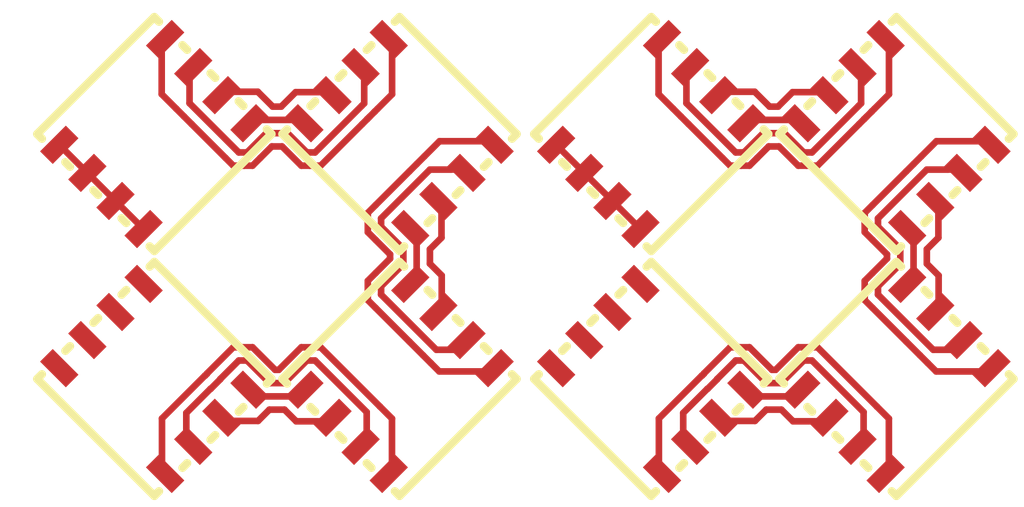
<source format=kicad_pcb>
(kicad_pcb (version 20241229) (generator "pcbnew") (generator_version "9.0")
  (layers (0 "F.Cu" signal) (2 "B.Cu" signal) (13 "F.Paste" user) (15 "B.Paste" user) (5 "F.SilkS" user "F.Silkscreen") (7 "B.SilkS" user "B.Silkscreen") (1 "F.Mask" user) (3 "B.Mask" user) (25 "Edge.Cuts" user))
  (net 0 "")
  (net 1 "rgbs[3]-anodes-anode-4")
  (net 2 "rgbs[2]-anodes-anode-5")
  (net 3 "rgbs[3]-anodes-anode-5")
  (net 4 "rgbs[3]-anodes-anode-7")
  (net 5 "rgbs[3]-anodes-anode-0")
  (net 6 "rgbs[3]-cathodes-cathode-7")
  (net 7 "rgbs[3]-cathodes-cathode-5")
  (net 8 "rgbs[3]-cathodes-cathode-0")
  (net 9 "rgbs[3]-cathodes-cathode-4")
  (net 10 "rgbs[1]-anodes-anode-4")
  (net 11 "rgbs[1]-anodes-anode-3")
  (net 12 "rgbs[2]-anodes-anode-2")
  (net 13 "rgbs[3]-cathodes-cathode-2")
  (net 14 "rgbs[3]-anodes-anode-3")
  (net 15 "rgbs[2]-anodes-anode-7")
  (net 16 "rgbs[2]-anodes-anode-1")
  (net 17 "rgbs[3]-cathodes-cathode-3")
  (net 18 "rgbs[1]-anodes-anode-2")
  (net 19 "rgbs[3]-cathodes-cathode-6")
  (net 20 "rgbs[2]-anodes-anode-3")
  (net 21 "rgbs[2]-anodes-anode-6")
  (net 22 "rgbs[1]-anodes-anode-7")
  (net 23 "rgbs[1]-anodes-anode-5")
  (net 24 "rgbs[3]-anodes-anode-6")
  (net 25 "rgbs[0]-anodes-anode-1")
  (net 26 "rgbs[2]-anodes-anode-4")
  (net 27 "rgbs[3]-anodes-anode-1")
  (net 28 "rgbs[1]-anodes-anode-1")
  (net 29 "rgbs[0]-anodes-anode-0")
  (net 30 "rgbs[1]-anodes-anode-6")
  (net 31 "rgbs[1]-anodes-anode-0")
  (net 32 "rgbs[3]-cathodes-cathode-1")
  (net 33 "rgbs[3]-anodes-anode-2")
  (net 34 "rgbs[2]-anodes-anode-0")
  (footprint "HONGLITRONIC_HL_5050RGBW_S1_A27:LED-SMD_8P-L5.0-W5.0-P1.20_HL-5050RGBW-S1-A27" (layer "F.Cu") (at 26.2 11.2 -135)
    (property "Reference" "LED7" (hide yes))
    (property "Value" "")
    (fp_line (start -2.5 -2.5) (end -2.5 -2.3) (stroke (width 0.25)) (layer "F.SilkS"))
    (fp_line (start -2.5 -1.3) (end -2.5 -1.1) (stroke (width 0.25)) (layer "F.SilkS"))
    (fp_line (start -2.5 -0.1) (end -2.5 0.1) (stroke (width 0.25)) (layer "F.SilkS"))
    (fp_line (start -2.5 1.1) (end -2.5 1.3) (stroke (width 0.25)) (layer "F.SilkS"))
    (fp_line (start -2.5 2.3) (end -2.5 2.5) (stroke (width 0.25)) (layer "F.SilkS"))
    (fp_line (start -2.5 2.5) (end 2.5 2.5) (stroke (width 0.25)) (layer "F.SilkS"))
    (fp_line (start 2.5 -2.5) (end -2.5 -2.5) (stroke (width 0.25)) (layer "F.SilkS"))
    (fp_line (start 2.5 -2.3) (end 2.5 -2.5) (stroke (width 0.25)) (layer "F.SilkS"))
    (fp_line (start 2.5 -1.1) (end 2.5 -1.3) (stroke (width 0.25)) (layer "F.SilkS"))
    (fp_line (start 2.5 0.1) (end 2.5 -0.1) (stroke (width 0.25)) (layer "F.SilkS"))
    (fp_line (start 2.5 1.3) (end 2.5 1.1) (stroke (width 0.25)) (layer "F.SilkS"))
    (fp_line (start 2.5 2.5) (end 2.5 2.3) (stroke (width 0.25)) (layer "F.SilkS"))
    (pad "1" smd rect (at 2.26 -1.8 -45) (size 0.54 1.1) (layers "F.Cu" "F.Mask" "F.Paste") (net 3 "rgbs[3]-anodes-anode-5"))
    (pad "2" smd rect (at -2.26 -1.8 -45) (size 0.54 1.1) (layers "F.Cu" "F.Mask" "F.Paste") (net 2 "rgbs[2]-anodes-anode-5"))
    (pad "3" smd rect (at 2.26 -0.6 -45) (size 0.54 1.1) (layers "F.Cu" "F.Mask" "F.Paste") (net 1 "rgbs[3]-anodes-anode-4"))
    (pad "4" smd rect (at -2.26 -0.6 -45) (size 0.54 1.1) (layers "F.Cu" "F.Mask" "F.Paste") (net 26 "rgbs[2]-anodes-anode-4"))
    (pad "5" smd rect (at 2.26 0.6 -45) (size 0.54 1.1) (layers "F.Cu" "F.Mask" "F.Paste") (net 24 "rgbs[3]-anodes-anode-6"))
    (pad "6" smd rect (at -2.26 0.6 -45) (size 0.54 1.1) (layers "F.Cu" "F.Mask" "F.Paste") (net 21 "rgbs[2]-anodes-anode-6"))
    (pad "7" smd rect (at 2.26 1.8 -45) (size 0.54 1.1) (layers "F.Cu" "F.Mask" "F.Paste") (net 4 "rgbs[3]-anodes-anode-7"))
    (pad "8" smd rect (at -2.26 1.8 -45) (size 0.54 1.1) (layers "F.Cu" "F.Mask" "F.Paste") (net 15 "rgbs[2]-anodes-anode-7"))
  )
  (footprint "HONGLITRONIC_HL_5050RGBW_S1_A27:LED-SMD_8P-L5.0-W5.0-P1.20_HL-5050RGBW-S1-A27" (layer "F.Cu") (at 18.8 3.8 45)
    (property "Reference" "LED5" (hide yes))
    (property "Value" "")
    (fp_line (start -2.5 -2.5) (end -2.5 -2.3) (stroke (width 0.25)) (layer "F.SilkS"))
    (fp_line (start -2.5 -1.3) (end -2.5 -1.1) (stroke (width 0.25)) (layer "F.SilkS"))
    (fp_line (start -2.5 -0.1) (end -2.5 0.1) (stroke (width 0.25)) (layer "F.SilkS"))
    (fp_line (start -2.5 1.1) (end -2.5 1.3) (stroke (width 0.25)) (layer "F.SilkS"))
    (fp_line (start -2.5 2.3) (end -2.5 2.5) (stroke (width 0.25)) (layer "F.SilkS"))
    (fp_line (start -2.5 2.5) (end 2.5 2.5) (stroke (width 0.25)) (layer "F.SilkS"))
    (fp_line (start 2.5 -2.5) (end -2.5 -2.5) (stroke (width 0.25)) (layer "F.SilkS"))
    (fp_line (start 2.5 -2.3) (end 2.5 -2.5) (stroke (width 0.25)) (layer "F.SilkS"))
    (fp_line (start 2.5 -1.1) (end 2.5 -1.3) (stroke (width 0.25)) (layer "F.SilkS"))
    (fp_line (start 2.5 0.1) (end 2.5 -0.1) (stroke (width 0.25)) (layer "F.SilkS"))
    (fp_line (start 2.5 1.3) (end 2.5 1.1) (stroke (width 0.25)) (layer "F.SilkS"))
    (fp_line (start 2.5 2.5) (end 2.5 2.3) (stroke (width 0.25)) (layer "F.SilkS"))
    (pad "1" smd rect (at 2.26 -1.8 135) (size 0.54 1.1) (layers "F.Cu" "F.Mask" "F.Paste") (net 23 "rgbs[1]-anodes-anode-5"))
    (pad "2" smd rect (at -2.26 -1.8 135) (size 0.54 1.1) (layers "F.Cu" "F.Mask" "F.Paste") (net 25 "rgbs[0]-anodes-anode-1"))
    (pad "3" smd rect (at 2.26 -0.6 135) (size 0.54 1.1) (layers "F.Cu" "F.Mask" "F.Paste") (net 10 "rgbs[1]-anodes-anode-4"))
    (pad "4" smd rect (at -2.26 -0.6 135) (size 0.54 1.1) (layers "F.Cu" "F.Mask" "F.Paste") (net 25 "rgbs[0]-anodes-anode-1"))
    (pad "5" smd rect (at 2.26 0.6 135) (size 0.54 1.1) (layers "F.Cu" "F.Mask" "F.Paste") (net 30 "rgbs[1]-anodes-anode-6"))
    (pad "6" smd rect (at -2.26 0.6 135) (size 0.54 1.1) (layers "F.Cu" "F.Mask" "F.Paste") (net 25 "rgbs[0]-anodes-anode-1"))
    (pad "7" smd rect (at 2.26 1.8 135) (size 0.54 1.1) (layers "F.Cu" "F.Mask" "F.Paste") (net 22 "rgbs[1]-anodes-anode-7"))
    (pad "8" smd rect (at -2.26 1.8 135) (size 0.54 1.1) (layers "F.Cu" "F.Mask" "F.Paste") (net 25 "rgbs[0]-anodes-anode-1"))
  )
  (footprint "HONGLITRONIC_HL_5050RGBW_S1_A27:LED-SMD_8P-L5.0-W5.0-P1.20_HL-5050RGBW-S1-A27" (layer "F.Cu") (at 3.8 11.2 135)
    (property "Reference" "LED4" (hide yes))
    (property "Value" "")
    (fp_line (start -2.5 -2.5) (end -2.5 -2.3) (stroke (width 0.25)) (layer "F.SilkS"))
    (fp_line (start -2.5 -1.3) (end -2.5 -1.1) (stroke (width 0.25)) (layer "F.SilkS"))
    (fp_line (start -2.5 -0.1) (end -2.5 0.1) (stroke (width 0.25)) (layer "F.SilkS"))
    (fp_line (start -2.5 1.1) (end -2.5 1.3) (stroke (width 0.25)) (layer "F.SilkS"))
    (fp_line (start -2.5 2.3) (end -2.5 2.5) (stroke (width 0.25)) (layer "F.SilkS"))
    (fp_line (start -2.5 2.5) (end 2.5 2.5) (stroke (width 0.25)) (layer "F.SilkS"))
    (fp_line (start 2.5 -2.5) (end -2.5 -2.5) (stroke (width 0.25)) (layer "F.SilkS"))
    (fp_line (start 2.5 -2.3) (end 2.5 -2.5) (stroke (width 0.25)) (layer "F.SilkS"))
    (fp_line (start 2.5 -1.1) (end 2.5 -1.3) (stroke (width 0.25)) (layer "F.SilkS"))
    (fp_line (start 2.5 0.1) (end 2.5 -0.1) (stroke (width 0.25)) (layer "F.SilkS"))
    (fp_line (start 2.5 1.3) (end 2.5 1.1) (stroke (width 0.25)) (layer "F.SilkS"))
    (fp_line (start 2.5 2.5) (end 2.5 2.3) (stroke (width 0.25)) (layer "F.SilkS"))
    (pad "1" smd rect (at 2.26 -1.8 225) (size 0.54 1.1) (layers "F.Cu" "F.Mask" "F.Paste") (net 32 "rgbs[3]-cathodes-cathode-1"))
    (pad "2" smd rect (at -2.26 -1.8 225) (size 0.54 1.1) (layers "F.Cu" "F.Mask" "F.Paste") (net 27 "rgbs[3]-anodes-anode-1"))
    (pad "3" smd rect (at 2.26 -0.6 225) (size 0.54 1.1) (layers "F.Cu" "F.Mask" "F.Paste") (net 8 "rgbs[3]-cathodes-cathode-0"))
    (pad "4" smd rect (at -2.26 -0.6 225) (size 0.54 1.1) (layers "F.Cu" "F.Mask" "F.Paste") (net 5 "rgbs[3]-anodes-anode-0"))
    (pad "5" smd rect (at 2.26 0.6 225) (size 0.54 1.1) (layers "F.Cu" "F.Mask" "F.Paste") (net 13 "rgbs[3]-cathodes-cathode-2"))
    (pad "6" smd rect (at -2.26 0.6 225) (size 0.54 1.1) (layers "F.Cu" "F.Mask" "F.Paste") (net 33 "rgbs[3]-anodes-anode-2"))
    (pad "7" smd rect (at 2.26 1.8 225) (size 0.54 1.1) (layers "F.Cu" "F.Mask" "F.Paste") (net 17 "rgbs[3]-cathodes-cathode-3"))
    (pad "8" smd rect (at -2.26 1.8 225) (size 0.54 1.1) (layers "F.Cu" "F.Mask" "F.Paste") (net 14 "rgbs[3]-anodes-anode-3"))
  )
  (footprint "HONGLITRONIC_HL_5050RGBW_S1_A27:LED-SMD_8P-L5.0-W5.0-P1.20_HL-5050RGBW-S1-A27" (layer "F.Cu") (at 3.8 3.8 45)
    (property "Reference" "LED1" (hide yes))
    (property "Value" "")
    (fp_line (start -2.5 -2.5) (end -2.5 -2.3) (stroke (width 0.25)) (layer "F.SilkS"))
    (fp_line (start -2.5 -1.3) (end -2.5 -1.1) (stroke (width 0.25)) (layer "F.SilkS"))
    (fp_line (start -2.5 -0.1) (end -2.5 0.1) (stroke (width 0.25)) (layer "F.SilkS"))
    (fp_line (start -2.5 1.1) (end -2.5 1.3) (stroke (width 0.25)) (layer "F.SilkS"))
    (fp_line (start -2.5 2.3) (end -2.5 2.5) (stroke (width 0.25)) (layer "F.SilkS"))
    (fp_line (start -2.5 2.5) (end 2.5 2.5) (stroke (width 0.25)) (layer "F.SilkS"))
    (fp_line (start 2.5 -2.5) (end -2.5 -2.5) (stroke (width 0.25)) (layer "F.SilkS"))
    (fp_line (start 2.5 -2.3) (end 2.5 -2.5) (stroke (width 0.25)) (layer "F.SilkS"))
    (fp_line (start 2.5 -1.1) (end 2.5 -1.3) (stroke (width 0.25)) (layer "F.SilkS"))
    (fp_line (start 2.5 0.1) (end 2.5 -0.1) (stroke (width 0.25)) (layer "F.SilkS"))
    (fp_line (start 2.5 1.3) (end 2.5 1.1) (stroke (width 0.25)) (layer "F.SilkS"))
    (fp_line (start 2.5 2.5) (end 2.5 2.3) (stroke (width 0.25)) (layer "F.SilkS"))
    (pad "1" smd rect (at 2.26 -1.8 135) (size 0.54 1.1) (layers "F.Cu" "F.Mask" "F.Paste") (net 28 "rgbs[1]-anodes-anode-1"))
    (pad "2" smd rect (at -2.26 -1.8 135) (size 0.54 1.1) (layers "F.Cu" "F.Mask" "F.Paste") (net 29 "rgbs[0]-anodes-anode-0"))
    (pad "3" smd rect (at 2.26 -0.6 135) (size 0.54 1.1) (layers "F.Cu" "F.Mask" "F.Paste") (net 31 "rgbs[1]-anodes-anode-0"))
    (pad "4" smd rect (at -2.26 -0.6 135) (size 0.54 1.1) (layers "F.Cu" "F.Mask" "F.Paste") (net 29 "rgbs[0]-anodes-anode-0"))
    (pad "5" smd rect (at 2.26 0.6 135) (size 0.54 1.1) (layers "F.Cu" "F.Mask" "F.Paste") (net 18 "rgbs[1]-anodes-anode-2"))
    (pad "6" smd rect (at -2.26 0.6 135) (size 0.54 1.1) (layers "F.Cu" "F.Mask" "F.Paste") (net 29 "rgbs[0]-anodes-anode-0"))
    (pad "7" smd rect (at 2.26 1.8 135) (size 0.54 1.1) (layers "F.Cu" "F.Mask" "F.Paste") (net 11 "rgbs[1]-anodes-anode-3"))
    (pad "8" smd rect (at -2.26 1.8 135) (size 0.54 1.1) (layers "F.Cu" "F.Mask" "F.Paste") (net 29 "rgbs[0]-anodes-anode-0"))
  )
  (footprint "HONGLITRONIC_HL_5050RGBW_S1_A27:LED-SMD_8P-L5.0-W5.0-P1.20_HL-5050RGBW-S1-A27" (layer "F.Cu") (at 26.2 3.8 -45)
    (property "Reference" "LED6" (hide yes))
    (property "Value" "")
    (fp_line (start -2.5 -2.5) (end -2.5 -2.3) (stroke (width 0.25)) (layer "F.SilkS"))
    (fp_line (start -2.5 -1.3) (end -2.5 -1.1) (stroke (width 0.25)) (layer "F.SilkS"))
    (fp_line (start -2.5 -0.1) (end -2.5 0.1) (stroke (width 0.25)) (layer "F.SilkS"))
    (fp_line (start -2.5 1.1) (end -2.5 1.3) (stroke (width 0.25)) (layer "F.SilkS"))
    (fp_line (start -2.5 2.3) (end -2.5 2.5) (stroke (width 0.25)) (layer "F.SilkS"))
    (fp_line (start -2.5 2.5) (end 2.5 2.5) (stroke (width 0.25)) (layer "F.SilkS"))
    (fp_line (start 2.5 -2.5) (end -2.5 -2.5) (stroke (width 0.25)) (layer "F.SilkS"))
    (fp_line (start 2.5 -2.3) (end 2.5 -2.5) (stroke (width 0.25)) (layer "F.SilkS"))
    (fp_line (start 2.5 -1.1) (end 2.5 -1.3) (stroke (width 0.25)) (layer "F.SilkS"))
    (fp_line (start 2.5 0.1) (end 2.5 -0.1) (stroke (width 0.25)) (layer "F.SilkS"))
    (fp_line (start 2.5 1.3) (end 2.5 1.1) (stroke (width 0.25)) (layer "F.SilkS"))
    (fp_line (start 2.5 2.5) (end 2.5 2.3) (stroke (width 0.25)) (layer "F.SilkS"))
    (pad "1" smd rect (at 2.26 -1.8 45) (size 0.54 1.1) (layers "F.Cu" "F.Mask" "F.Paste") (net 2 "rgbs[2]-anodes-anode-5"))
    (pad "2" smd rect (at -2.26 -1.8 45) (size 0.54 1.1) (layers "F.Cu" "F.Mask" "F.Paste") (net 23 "rgbs[1]-anodes-anode-5"))
    (pad "3" smd rect (at 2.26 -0.6 45) (size 0.54 1.1) (layers "F.Cu" "F.Mask" "F.Paste") (net 26 "rgbs[2]-anodes-anode-4"))
    (pad "4" smd rect (at -2.26 -0.6 45) (size 0.54 1.1) (layers "F.Cu" "F.Mask" "F.Paste") (net 10 "rgbs[1]-anodes-anode-4"))
    (pad "5" smd rect (at 2.26 0.6 45) (size 0.54 1.1) (layers "F.Cu" "F.Mask" "F.Paste") (net 21 "rgbs[2]-anodes-anode-6"))
    (pad "6" smd rect (at -2.26 0.6 45) (size 0.54 1.1) (layers "F.Cu" "F.Mask" "F.Paste") (net 30 "rgbs[1]-anodes-anode-6"))
    (pad "7" smd rect (at 2.26 1.8 45) (size 0.54 1.1) (layers "F.Cu" "F.Mask" "F.Paste") (net 15 "rgbs[2]-anodes-anode-7"))
    (pad "8" smd rect (at -2.26 1.8 45) (size 0.54 1.1) (layers "F.Cu" "F.Mask" "F.Paste") (net 22 "rgbs[1]-anodes-anode-7"))
  )
  (footprint "ATOPILE_PIXEL15:pixel15" (layer "F.Cu") (at 0 0 0)
    (property "Reference" "U1" (hide yes))
    (property "Value" "" (hide yes))
  )
  (footprint "HONGLITRONIC_HL_5050RGBW_S1_A27:LED-SMD_8P-L5.0-W5.0-P1.20_HL-5050RGBW-S1-A27" (layer "F.Cu") (at 11.2 3.8 -45)
    (property "Reference" "LED2" (hide yes))
    (property "Value" "")
    (fp_line (start -2.5 -2.5) (end -2.5 -2.3) (stroke (width 0.25)) (layer "F.SilkS"))
    (fp_line (start -2.5 -1.3) (end -2.5 -1.1) (stroke (width 0.25)) (layer "F.SilkS"))
    (fp_line (start -2.5 -0.1) (end -2.5 0.1) (stroke (width 0.25)) (layer "F.SilkS"))
    (fp_line (start -2.5 1.1) (end -2.5 1.3) (stroke (width 0.25)) (layer "F.SilkS"))
    (fp_line (start -2.5 2.3) (end -2.5 2.5) (stroke (width 0.25)) (layer "F.SilkS"))
    (fp_line (start -2.5 2.5) (end 2.5 2.5) (stroke (width 0.25)) (layer "F.SilkS"))
    (fp_line (start 2.5 -2.5) (end -2.5 -2.5) (stroke (width 0.25)) (layer "F.SilkS"))
    (fp_line (start 2.5 -2.3) (end 2.5 -2.5) (stroke (width 0.25)) (layer "F.SilkS"))
    (fp_line (start 2.5 -1.1) (end 2.5 -1.3) (stroke (width 0.25)) (layer "F.SilkS"))
    (fp_line (start 2.5 0.1) (end 2.5 -0.1) (stroke (width 0.25)) (layer "F.SilkS"))
    (fp_line (start 2.5 1.3) (end 2.5 1.1) (stroke (width 0.25)) (layer "F.SilkS"))
    (fp_line (start 2.5 2.5) (end 2.5 2.3) (stroke (width 0.25)) (layer "F.SilkS"))
    (pad "1" smd rect (at 2.26 -1.8 45) (size 0.54 1.1) (layers "F.Cu" "F.Mask" "F.Paste") (net 16 "rgbs[2]-anodes-anode-1"))
    (pad "2" smd rect (at -2.26 -1.8 45) (size 0.54 1.1) (layers "F.Cu" "F.Mask" "F.Paste") (net 28 "rgbs[1]-anodes-anode-1"))
    (pad "3" smd rect (at 2.26 -0.6 45) (size 0.54 1.1) (layers "F.Cu" "F.Mask" "F.Paste") (net 34 "rgbs[2]-anodes-anode-0"))
    (pad "4" smd rect (at -2.26 -0.6 45) (size 0.54 1.1) (layers "F.Cu" "F.Mask" "F.Paste") (net 31 "rgbs[1]-anodes-anode-0"))
    (pad "5" smd rect (at 2.26 0.6 45) (size 0.54 1.1) (layers "F.Cu" "F.Mask" "F.Paste") (net 12 "rgbs[2]-anodes-anode-2"))
    (pad "6" smd rect (at -2.26 0.6 45) (size 0.54 1.1) (layers "F.Cu" "F.Mask" "F.Paste") (net 18 "rgbs[1]-anodes-anode-2"))
    (pad "7" smd rect (at 2.26 1.8 45) (size 0.54 1.1) (layers "F.Cu" "F.Mask" "F.Paste") (net 20 "rgbs[2]-anodes-anode-3"))
    (pad "8" smd rect (at -2.26 1.8 45) (size 0.54 1.1) (layers "F.Cu" "F.Mask" "F.Paste") (net 11 "rgbs[1]-anodes-anode-3"))
  )
  (footprint "ATOPILE_PIXEL15:pixel15" (layer "F.Cu") (at 15 0 0)
    (property "Reference" "U2" (hide yes))
    (property "Value" "" (hide yes))
  )
  (footprint "HONGLITRONIC_HL_5050RGBW_S1_A27:LED-SMD_8P-L5.0-W5.0-P1.20_HL-5050RGBW-S1-A27" (layer "F.Cu") (at 11.2 11.2 -135)
    (property "Reference" "LED3" (hide yes))
    (property "Value" "")
    (fp_line (start -2.5 -2.5) (end -2.5 -2.3) (stroke (width 0.25)) (layer "F.SilkS"))
    (fp_line (start -2.5 -1.3) (end -2.5 -1.1) (stroke (width 0.25)) (layer "F.SilkS"))
    (fp_line (start -2.5 -0.1) (end -2.5 0.1) (stroke (width 0.25)) (layer "F.SilkS"))
    (fp_line (start -2.5 1.1) (end -2.5 1.3) (stroke (width 0.25)) (layer "F.SilkS"))
    (fp_line (start -2.5 2.3) (end -2.5 2.5) (stroke (width 0.25)) (layer "F.SilkS"))
    (fp_line (start -2.5 2.5) (end 2.5 2.5) (stroke (width 0.25)) (layer "F.SilkS"))
    (fp_line (start 2.5 -2.5) (end -2.5 -2.5) (stroke (width 0.25)) (layer "F.SilkS"))
    (fp_line (start 2.5 -2.3) (end 2.5 -2.5) (stroke (width 0.25)) (layer "F.SilkS"))
    (fp_line (start 2.5 -1.1) (end 2.5 -1.3) (stroke (width 0.25)) (layer "F.SilkS"))
    (fp_line (start 2.5 0.1) (end 2.5 -0.1) (stroke (width 0.25)) (layer "F.SilkS"))
    (fp_line (start 2.5 1.3) (end 2.5 1.1) (stroke (width 0.25)) (layer "F.SilkS"))
    (fp_line (start 2.5 2.5) (end 2.5 2.3) (stroke (width 0.25)) (layer "F.SilkS"))
    (pad "1" smd rect (at 2.26 -1.8 -45) (size 0.54 1.1) (layers "F.Cu" "F.Mask" "F.Paste") (net 27 "rgbs[3]-anodes-anode-1"))
    (pad "2" smd rect (at -2.26 -1.8 -45) (size 0.54 1.1) (layers "F.Cu" "F.Mask" "F.Paste") (net 16 "rgbs[2]-anodes-anode-1"))
    (pad "3" smd rect (at 2.26 -0.6 -45) (size 0.54 1.1) (layers "F.Cu" "F.Mask" "F.Paste") (net 5 "rgbs[3]-anodes-anode-0"))
    (pad "4" smd rect (at -2.26 -0.6 -45) (size 0.54 1.1) (layers "F.Cu" "F.Mask" "F.Paste") (net 34 "rgbs[2]-anodes-anode-0"))
    (pad "5" smd rect (at 2.26 0.6 -45) (size 0.54 1.1) (layers "F.Cu" "F.Mask" "F.Paste") (net 33 "rgbs[3]-anodes-anode-2"))
    (pad "6" smd rect (at -2.26 0.6 -45) (size 0.54 1.1) (layers "F.Cu" "F.Mask" "F.Paste") (net 12 "rgbs[2]-anodes-anode-2"))
    (pad "7" smd rect (at 2.26 1.8 -45) (size 0.54 1.1) (layers "F.Cu" "F.Mask" "F.Paste") (net 14 "rgbs[3]-anodes-anode-3"))
    (pad "8" smd rect (at -2.26 1.8 -45) (size 0.54 1.1) (layers "F.Cu" "F.Mask" "F.Paste") (net 20 "rgbs[2]-anodes-anode-3"))
  )
  (footprint "HONGLITRONIC_HL_5050RGBW_S1_A27:LED-SMD_8P-L5.0-W5.0-P1.20_HL-5050RGBW-S1-A27" (layer "F.Cu") (at 18.8 11.2 135)
    (property "Reference" "LED8" (hide yes))
    (property "Value" "")
    (fp_line (start -2.5 -2.5) (end -2.5 -2.3) (stroke (width 0.25)) (layer "F.SilkS"))
    (fp_line (start -2.5 -1.3) (end -2.5 -1.1) (stroke (width 0.25)) (layer "F.SilkS"))
    (fp_line (start -2.5 -0.1) (end -2.5 0.1) (stroke (width 0.25)) (layer "F.SilkS"))
    (fp_line (start -2.5 1.1) (end -2.5 1.3) (stroke (width 0.25)) (layer "F.SilkS"))
    (fp_line (start -2.5 2.3) (end -2.5 2.5) (stroke (width 0.25)) (layer "F.SilkS"))
    (fp_line (start -2.5 2.5) (end 2.5 2.5) (stroke (width 0.25)) (layer "F.SilkS"))
    (fp_line (start 2.5 -2.5) (end -2.5 -2.5) (stroke (width 0.25)) (layer "F.SilkS"))
    (fp_line (start 2.5 -2.3) (end 2.5 -2.5) (stroke (width 0.25)) (layer "F.SilkS"))
    (fp_line (start 2.5 -1.1) (end 2.5 -1.3) (stroke (width 0.25)) (layer "F.SilkS"))
    (fp_line (start 2.5 0.1) (end 2.5 -0.1) (stroke (width 0.25)) (layer "F.SilkS"))
    (fp_line (start 2.5 1.3) (end 2.5 1.1) (stroke (width 0.25)) (layer "F.SilkS"))
    (fp_line (start 2.5 2.5) (end 2.5 2.3) (stroke (width 0.25)) (layer "F.SilkS"))
    (pad "1" smd rect (at 2.26 -1.8 225) (size 0.54 1.1) (layers "F.Cu" "F.Mask" "F.Paste") (net 7 "rgbs[3]-cathodes-cathode-5"))
    (pad "2" smd rect (at -2.26 -1.8 225) (size 0.54 1.1) (layers "F.Cu" "F.Mask" "F.Paste") (net 3 "rgbs[3]-anodes-anode-5"))
    (pad "3" smd rect (at 2.26 -0.6 225) (size 0.54 1.1) (layers "F.Cu" "F.Mask" "F.Paste") (net 9 "rgbs[3]-cathodes-cathode-4"))
    (pad "4" smd rect (at -2.26 -0.6 225) (size 0.54 1.1) (layers "F.Cu" "F.Mask" "F.Paste") (net 1 "rgbs[3]-anodes-anode-4"))
    (pad "5" smd rect (at 2.26 0.6 225) (size 0.54 1.1) (layers "F.Cu" "F.Mask" "F.Paste") (net 19 "rgbs[3]-cathodes-cathode-6"))
    (pad "6" smd rect (at -2.26 0.6 225) (size 0.54 1.1) (layers "F.Cu" "F.Mask" "F.Paste") (net 24 "rgbs[3]-anodes-anode-6"))
    (pad "7" smd rect (at 2.26 1.8 225) (size 0.54 1.1) (layers "F.Cu" "F.Mask" "F.Paste") (net 6 "rgbs[3]-cathodes-cathode-7"))
    (pad "8" smd rect (at -2.26 1.8 225) (size 0.54 1.1) (layers "F.Cu" "F.Mask" "F.Paste") (net 4 "rgbs[3]-anodes-anode-7"))
  )
  (segment (start 19.764256 13.012784) (end 19.973797 13.222325) (width 0.2) (net 1) (layer "F.Cu"))
  (segment (start 21.597544 10.644441) (end 21.348184 10.644441) (width 0.2) (net 1) (layer "F.Cu"))
  (segment (start 19.764256 12.228369) (end 19.764256 13.012784) (width 0.2) (net 1) (layer "F.Cu"))
  (segment (start 20.5 11.5) (end 20.492625 11.5) (width 0.2) (net 1) (layer "F.Cu"))
  (segment (start 25.209569 12.202193) (end 23.651816 10.644441) (width 0.2) (net 1) (layer "F.Cu"))
  (segment (start 25.026203 13.222325) (end 25.058503 13.190025) (width 0.2) (net 1) (layer "F.Cu"))
  (segment (start 20.492625 11.5) (end 19.764256 12.228369) (width 0.2) (net 1) (layer "F.Cu"))
  (segment (start 25.058503 13.190025) (end 25.058503 13.163944) (width 0.2) (net 1) (layer "F.Cu"))
  (segment (start 25.058503 13.163944) (end 25.209569 13.012878) (width 0.2) (net 1) (layer "F.Cu"))
  (segment (start 22.279712 11.326609) (end 21.597544 10.644441) (width 0.2) (net 1) (layer "F.Cu"))
  (segment (start 22.720288 11.326609) (end 22.279712 11.326609) (width 0.2) (net 1) (layer "F.Cu"))
  (segment (start 20.790026 11.209974) (end 20.5 11.5) (width 0.2) (net 1) (layer "F.Cu"))
  (segment (start 23.651816 10.644441) (end 23.402456 10.644441) (width 0.2) (net 1) (layer "F.Cu"))
  (segment (start 21.348184 10.644441) (end 20.790026 11.202599) (width 0.2) (net 1) (layer "F.Cu"))
  (segment (start 25.209569 13.012878) (end 25.209569 12.202193) (width 0.2) (net 1) (layer "F.Cu"))
  (segment (start 23.402456 10.644441) (end 22.720288 11.326609) (width 0.2) (net 1) (layer "F.Cu"))
  (segment (start 20.790026 11.202599) (end 20.790026 11.209974) (width 0.2) (net 1) (layer "F.Cu"))
  (segment (start 25.243441 6.514284) (end 25.243441 6.763644) (width 0.2) (net 2) (layer "F.Cu"))
  (segment (start 25.478341 6.998544) (end 25.91535 7.435553) (width 0.2) (net 2) (layer "F.Cu"))
  (segment (start 25.243441 8.485716) (end 25.243441 8.568556) (width 0.2) (net 2) (layer "F.Cu"))
  (segment (start 26.910393 10.484868) (end 27.145293 10.719768) (width 0.2) (net 2) (layer "F.Cu"))
  (segment (start 25.91535 7.564447) (end 25.478341 8.001456) (width 0.2) (net 2) (layer "F.Cu"))
  (segment (start 25.243441 6.182084) (end 25.243441 6.431444) (width 0.2) (net 2) (layer "F.Cu"))
  (segment (start 25.478341 5.947184) (end 25.243441 6.182084) (width 0.2) (net 2) (layer "F.Cu"))
  (segment (start 25.243441 6.431444) (end 25.243441 6.514284) (width 0.2) (net 2) (layer "F.Cu"))
  (segment (start 27.39954 10.974015) (end 28.683893 10.974015) (width 0.2) (net 2) (layer "F.Cu"))
  (segment (start 26.5 10.074475) (end 26.910393 10.484868) (width 0.2) (net 2) (layer "F.Cu"))
  (segment (start 27.145293 10.719768) (end 27.39954 10.974015) (width 0.2) (net 2) (layer "F.Cu"))
  (segment (start 25.478341 8.001456) (end 25.243441 8.236356) (width 0.2) (net 2) (layer "F.Cu"))
  (segment (start 25.243441 6.763644) (end 25.478341 6.998544) (width 0.2) (net 2) (layer "F.Cu"))
  (segment (start 25.243441 8.236356) (end 25.243441 8.485716) (width 0.2) (net 2) (layer "F.Cu"))
  (segment (start 25.243441 8.568556) (end 25.243441 8.817916) (width 0.2) (net 2) (layer "F.Cu"))
  (segment (start 26.5 4.925525) (end 25.478341 5.947184) (width 0.2) (net 2) (layer "F.Cu"))
  (segment (start 26.951484 4.474041) (end 26.716584 4.708941) (width 0.2) (net 2) (layer "F.Cu"))
  (segment (start 29.070854 4.125269) (end 28.963001 4.017416) (width 0.2) (net 2) (layer "F.Cu"))
  (segment (start 26.716584 4.708941) (end 26.5 4.925525) (width 0.2) (net 2) (layer "F.Cu"))
  (segment (start 25.91535 7.435553) (end 25.91535 7.564447) (width 0.2) (net 2) (layer "F.Cu"))
  (segment (start 27.408109 4.017416) (end 26.951484 4.474041) (width 0.2) (net 2) (layer "F.Cu"))
  (segment (start 25.243441 8.817916) (end 25.478341 9.052816) (width 0.2) (net 2) (layer "F.Cu"))
  (segment (start 25.478341 9.052816) (end 26.5 10.074475) (width 0.2) (net 2) (layer "F.Cu"))
  (segment (start 28.963001 4.017416) (end 27.408109 4.017416) (width 0.2) (net 2) (layer "F.Cu"))
  (segment (start 26.043652 13.858897) (end 25.972899 13.788144) (width 0.2) (net 3) (layer "F.Cu"))
  (segment (start 20.3339 11.099) (end 20.326525 11.099) (width 0.2) (net 3) (layer "F.Cu"))
  (segment (start 21.763644 10.243441) (end 21.182084 10.243441) (width 0.2) (net 3) (layer "F.Cu"))
  (segment (start 25.874731 14.070854) (end 25.907031 14.038554) (width 0.2) (net 3) (layer "F.Cu"))
  (segment (start 22.554188 10.925609) (end 22.445812 10.925609) (width 0.2) (net 3) (layer "F.Cu"))
  (segment (start 23.817916 10.243441) (end 23.236356 10.243441) (width 0.2) (net 3) (layer "F.Cu"))
  (segment (start 22.445812 10.925609) (end 21.763644 10.243441) (width 0.2) (net 3) (layer "F.Cu"))
  (segment (start 25.972899 12.398423) (end 25.610569 12.036093) (width 0.2) (net 3) (layer "F.Cu"))
  (segment (start 25.907031 13.995518) (end 26.043652 13.858897) (width 0.2) (net 3) (layer "F.Cu"))
  (segment (start 20.326525 11.099) (end 19.030242 12.395283) (width 0.2) (net 3) (layer "F.Cu"))
  (segment (start 25.972899 13.788144) (end 25.972899 12.398423) (width 0.2) (net 3) (layer "F.Cu"))
  (segment (start 25.610569 12.036093) (end 25.610569 12.036094) (width 0.2) (net 3) (layer "F.Cu"))
  (segment (start 20.389026 11.043874) (end 20.3339 11.099) (width 0.2) (net 3) (layer "F.Cu"))
  (segment (start 20.389026 11.036499) (end 20.389026 11.043874) (width 0.2) (net 3) (layer "F.Cu"))
  (segment (start 25.907031 14.038554) (end 25.907031 13.995518) (width 0.2) (net 3) (layer "F.Cu"))
  (segment (start 21.182084 10.243441) (end 20.389026 11.036499) (width 0.2) (net 3) (layer "F.Cu"))
  (segment (start 25.610569 12.036093) (end 23.817916 10.243441) (width 0.2) (net 3) (layer "F.Cu"))
  (segment (start 19.030242 12.395283) (end 19.030242 13.975827) (width 0.2) (net 3) (layer "F.Cu"))
  (segment (start 23.236356 10.243441) (end 22.554188 10.925609) (width 0.2) (net 3) (layer "F.Cu"))
  (segment (start 19.030242 13.975827) (end 19.125269 14.070854) (width 0.2) (net 3) (layer "F.Cu"))
  (segment (start 21.873194 11.727609) (end 21.670854 11.525269) (width 0.2) (net 4) (layer "F.Cu"))
  (segment (start 23.329146 11.525269) (end 23.292612 11.561803) (width 0.2) (net 4) (layer "F.Cu"))
  (segment (start 23.292612 11.561803) (end 23.248291 11.561803) (width 0.2) (net 4) (layer "F.Cu"))
  (segment (start 23.248291 11.561803) (end 23.082485 11.727609) (width 0.2) (net 4) (layer "F.Cu"))
  (segment (start 23.082485 11.727609) (end 21.873194 11.727609) (width 0.2) (net 4) (layer "F.Cu"))
  (segment (start 10.058503 13.163944) (end 10.209569 13.012878) (width 0.2) (net 5) (layer "F.Cu"))
  (segment (start 10.209569 13.012878) (end 10.209569 12.202193) (width 0.2) (net 5) (layer "F.Cu"))
  (segment (start 5.492625 11.5) (end 4.764256 12.228369) (width 0.2) (net 5) (layer "F.Cu"))
  (segment (start 7.720288 11.326609) (end 7.279712 11.326609) (width 0.2) (net 5) (layer "F.Cu"))
  (segment (start 6.348184 10.644441) (end 5.790026 11.202599) (width 0.2) (net 5) (layer "F.Cu"))
  (segment (start 5.790026 11.209974) (end 5.5 11.5) (width 0.2) (net 5) (layer "F.Cu"))
  (segment (start 4.764256 13.012784) (end 4.973797 13.222325) (width 0.2) (net 5) (layer "F.Cu"))
  (segment (start 4.764256 12.228369) (end 4.764256 13.012784) (width 0.2) (net 5) (layer "F.Cu"))
  (segment (start 5.5 11.5) (end 5.492625 11.5) (width 0.2) (net 5) (layer "F.Cu"))
  (segment (start 10.026203 13.222325) (end 10.058503 13.190025) (width 0.2) (net 5) (layer "F.Cu"))
  (segment (start 10.209569 12.202193) (end 8.651816 10.644441) (width 0.2) (net 5) (layer "F.Cu"))
  (segment (start 8.402456 10.644441) (end 7.720288 11.326609) (width 0.2) (net 5) (layer "F.Cu"))
  (segment (start 7.279712 11.326609) (end 6.597544 10.644441) (width 0.2) (net 5) (layer "F.Cu"))
  (segment (start 10.058503 13.190025) (end 10.058503 13.163944) (width 0.2) (net 5) (layer "F.Cu"))
  (segment (start 8.651816 10.644441) (end 8.402456 10.644441) (width 0.2) (net 5) (layer "F.Cu"))
  (segment (start 6.597544 10.644441) (end 6.348184 10.644441) (width 0.2) (net 5) (layer "F.Cu"))
  (segment (start 5.790026 11.202599) (end 5.790026 11.209974) (width 0.2) (net 5) (layer "F.Cu"))
  (segment (start 25.134492 1.885964) (end 25.026203 1.777675) (width 0.2) (net 10) (layer "F.Cu"))
  (segment (start 23.651816 4.355559) (end 25.058503 2.948873) (width 0.2) (net 10) (layer "F.Cu"))
  (segment (start 21.597544 4.355559) (end 22.179093 3.77401) (width 0.2) (net 10) (layer "F.Cu"))
  (segment (start 23.402456 4.355559) (end 23.651816 4.355559) (width 0.2) (net 10) (layer "F.Cu"))
  (segment (start 21.348184 4.355559) (end 21.597544 4.355559) (width 0.2) (net 10) (layer "F.Cu"))
  (segment (start 22.179093 3.77401) (end 22.820907 3.77401) (width 0.2) (net 10) (layer "F.Cu"))
  (segment (start 19.861624 1.889848) (end 19.861624 2.868999) (width 0.2) (net 10) (layer "F.Cu"))
  (segment (start 25.058503 2.948873) (end 25.134492 2.872883) (width 0.2) (net 10) (layer "F.Cu"))
  (segment (start 19.973797 1.777675) (end 19.861624 1.889848) (width 0.2) (net 10) (layer "F.Cu"))
  (segment (start 19.861624 2.868999) (end 21.348184 4.355559) (width 0.2) (net 10) (layer "F.Cu"))
  (segment (start 22.820907 3.77401) (end 23.402456 4.355559) (width 0.2) (net 10) (layer "F.Cu"))
  (segment (start 25.134492 2.872883) (end 25.134492 1.885964) (width 0.2) (net 10) (layer "F.Cu"))
  (segment (start 6.670854 3.474731) (end 6.772575 3.37301) (width 0.2) (net 11) (layer "F.Cu"))
  (segment (start 6.772575 3.37301) (end 8.227425 3.37301) (width 0.2) (net 11) (layer "F.Cu"))
  (segment (start 8.227425 3.37301) (end 8.329146 3.474731) (width 0.2) (net 11) (layer "F.Cu"))
  (segment (start 12.474389 8.074768) (end 12.474389 9.077083) (width 0.2) (net 12) (layer "F.Cu"))
  (segment (start 12.467451 6.93217) (end 12.11835 7.281271) (width 0.2) (net 12) (layer "F.Cu"))
  (segment (start 12.467451 5.915979) (end 12.467451 6.93217) (width 0.2) (net 12) (layer "F.Cu"))
  (segment (start 12.474389 9.077083) (end 12.373797 9.177675) (width 0.2) (net 12) (layer "F.Cu"))
  (segment (start 12.11835 7.718729) (end 12.474389 8.074768) (width 0.2) (net 12) (layer "F.Cu"))
  (segment (start 12.373797 5.822325) (end 12.467451 5.915979) (width 0.2) (net 12) (layer "F.Cu"))
  (segment (start 12.11835 7.281271) (end 12.11835 7.718729) (width 0.2) (net 12) (layer "F.Cu"))
  (segment (start 8.292612 11.561803) (end 8.248291 11.561803) (width 0.2) (net 14) (layer "F.Cu"))
  (segment (start 8.248291 11.561803) (end 8.082485 11.727609) (width 0.2) (net 14) (layer "F.Cu"))
  (segment (start 8.329146 11.525269) (end 8.292612 11.561803) (width 0.2) (net 14) (layer "F.Cu"))
  (segment (start 8.082485 11.727609) (end 6.873194 11.727609) (width 0.2) (net 14) (layer "F.Cu"))
  (segment (start 6.873194 11.727609) (end 6.670854 11.525269) (width 0.2) (net 14) (layer "F.Cu"))
  (segment (start 26.71735 6.862935) (end 26.71735 8.137065) (width 0.2) (net 15) (layer "F.Cu"))
  (segment (start 26.71735 8.137065) (end 26.525269 8.329146) (width 0.2) (net 15) (layer "F.Cu"))
  (segment (start 26.525269 6.670854) (end 26.71735 6.862935) (width 0.2) (net 15) (layer "F.Cu"))
  (segment (start 10.478341 9.052816) (end 11.5 10.074475) (width 0.2) (net 16) (layer "F.Cu"))
  (segment (start 10.243441 8.236356) (end 10.243441 8.485716) (width 0.2) (net 16) (layer "F.Cu"))
  (segment (start 10.243441 6.431444) (end 10.243441 6.514284) (width 0.2) (net 16) (layer "F.Cu"))
  (segment (start 11.5 10.074475) (end 11.910393 10.484868) (width 0.2) (net 16) (layer "F.Cu"))
  (segment (start 12.145293 10.719768) (end 12.39954 10.974015) (width 0.2) (net 16) (layer "F.Cu"))
  (segment (start 10.243441 6.514284) (end 10.243441 6.763644) (width 0.2) (net 16) (layer "F.Cu"))
  (segment (start 12.408109 4.017416) (end 11.951484 4.474041) (width 0.2) (net 16) (layer "F.Cu"))
  (segment (start 10.243441 8.485716) (end 10.243441 8.568556) (width 0.2) (net 16) (layer "F.Cu"))
  (segment (start 10.243441 6.763644) (end 10.478341 6.998544) (width 0.2) (net 16) (layer "F.Cu"))
  (segment (start 10.478341 5.947184) (end 10.243441 6.182084) (width 0.2) (net 16) (layer "F.Cu"))
  (segment (start 10.478341 6.998544) (end 10.91535 7.435553) (width 0.2) (net 16) (layer "F.Cu"))
  (segment (start 10.91535 7.435553) (end 10.91535 7.564447) (width 0.2) (net 16) (layer "F.Cu"))
  (segment (start 11.951484 4.474041) (end 11.716584 4.708941) (width 0.2) (net 16) (layer "F.Cu"))
  (segment (start 12.39954 10.974015) (end 13.683893 10.974015) (width 0.2) (net 16) (layer "F.Cu"))
  (segment (start 11.910393 10.484868) (end 12.145293 10.719768) (width 0.2) (net 16) (layer "F.Cu"))
  (segment (start 13.963001 4.017416) (end 12.408109 4.017416) (width 0.2) (net 16) (layer "F.Cu"))
  (segment (start 11.5 4.925525) (end 10.478341 5.947184) (width 0.2) (net 16) (layer "F.Cu"))
  (segment (start 10.243441 8.817916) (end 10.478341 9.052816) (width 0.2) (net 16) (layer "F.Cu"))
  (segment (start 10.478341 8.001456) (end 10.243441 8.236356) (width 0.2) (net 16) (layer "F.Cu"))
  (segment (start 14.070854 4.125269) (end 13.963001 4.017416) (width 0.2) (net 16) (layer "F.Cu"))
  (segment (start 10.243441 6.182084) (end 10.243441 6.431444) (width 0.2) (net 16) (layer "F.Cu"))
  (segment (start 11.716584 4.708941) (end 11.5 4.925525) (width 0.2) (net 16) (layer "F.Cu"))
  (segment (start 10.91535 7.564447) (end 10.478341 8.001456) (width 0.2) (net 16) (layer "F.Cu"))
  (segment (start 10.243441 8.568556) (end 10.243441 8.817916) (width 0.2) (net 16) (layer "F.Cu"))
  (segment (start 7.628369 2.97201) (end 7.371631 2.97201) (width 0.2) (net 18) (layer "F.Cu"))
  (segment (start 5.718899 2.522777) (end 5.822325 2.626203) (width 0.2) (net 18) (layer "F.Cu"))
  (segment (start 9.085739 2.534267) (end 8.066112 2.534267) (width 0.2) (net 18) (layer "F.Cu"))
  (segment (start 7.371631 2.97201) (end 6.922398 2.522777) (width 0.2) (net 18) (layer "F.Cu"))
  (segment (start 8.066112 2.534267) (end 7.628369 2.97201) (width 0.2) (net 18) (layer "F.Cu"))
  (segment (start 9.177675 2.626203) (end 9.085739 2.534267) (width 0.2) (net 18) (layer "F.Cu"))
  (segment (start 6.922398 2.522777) (end 5.718899 2.522777) (width 0.2) (net 18) (layer "F.Cu"))
  (segment (start 11.71735 8.137065) (end 11.525269 8.329146) (width 0.2) (net 20) (layer "F.Cu"))
  (segment (start 11.525269 6.670854) (end 11.71735 6.862935) (width 0.2) (net 20) (layer "F.Cu"))
  (segment (start 11.71735 6.862935) (end 11.71735 8.137065) (width 0.2) (net 20) (layer "F.Cu"))
  (segment (start 27.467451 5.915979) (end 27.467451 6.93217) (width 0.2) (net 21) (layer "F.Cu"))
  (segment (start 27.467451 6.93217) (end 27.11835 7.281271) (width 0.2) (net 21) (layer "F.Cu"))
  (segment (start 27.474389 9.077083) (end 27.373797 9.177675) (width 0.2) (net 21) (layer "F.Cu"))
  (segment (start 27.11835 7.281271) (end 27.11835 7.718729) (width 0.2) (net 21) (layer "F.Cu"))
  (segment (start 27.11835 7.718729) (end 27.474389 8.074768) (width 0.2) (net 21) (layer "F.Cu"))
  (segment (start 27.373797 5.822325) (end 27.467451 5.915979) (width 0.2) (net 21) (layer "F.Cu"))
  (segment (start 27.474389 8.074768) (end 27.474389 9.077083) (width 0.2) (net 21) (layer "F.Cu"))
  (segment (start 21.772575 3.37301) (end 23.227425 3.37301) (width 0.2) (net 22) (layer "F.Cu"))
  (segment (start 21.670854 3.474731) (end 21.772575 3.37301) (width 0.2) (net 22) (layer "F.Cu"))
  (segment (start 23.227425 3.37301) (end 23.329146 3.474731) (width 0.2) (net 22) (layer "F.Cu"))
  (segment (start 25.224605 3.349872) (end 25.224604 3.349872) (width 0.2) (net 23) (layer "F.Cu"))
  (segment (start 22.345193 4.17501) (end 21.998544 4.521659) (width 0.2) (net 23) (layer "F.Cu"))
  (segment (start 21.431444 4.756559) (end 21.182084 4.756559) (width 0.2) (net 23) (layer "F.Cu"))
  (segment (start 19.021019 2.595494) (end 19.021019 1.033396) (width 0.2) (net 23) (layer "F.Cu"))
  (segment (start 23.568556 4.756559) (end 23.485716 4.756559) (width 0.2) (net 23) (layer "F.Cu"))
  (segment (start 20.947184 4.521659) (end 19.925525 3.5) (width 0.2) (net 23) (layer "F.Cu"))
  (segment (start 21.763644 4.756559) (end 21.514284 4.756559) (width 0.2) (net 23) (layer "F.Cu"))
  (segment (start 25.300592 3.273883) (end 25.267053 3.307423) (width 0.2) (net 23) (layer "F.Cu"))
  (segment (start 19.695524 3.269999) (end 19.460624 3.035099) (width 0.2) (net 23) (layer "F.Cu"))
  (segment (start 25.874731 0.929146) (end 25.975806 1.030221) (width 0.2) (net 23) (layer "F.Cu"))
  (segment (start 23.485716 4.756559) (end 23.236356 4.756559) (width 0.2) (net 23) (layer "F.Cu"))
  (segment (start 19.021019 1.033396) (end 19.125269 0.929146) (width 0.2) (net 23) (layer "F.Cu"))
  (segment (start 25.431864 3.142611) (end 25.300592 3.273883) (width 0.2) (net 23) (layer "F.Cu"))
  (segment (start 19.925525 3.5) (end 19.695524 3.269999) (width 0.2) (net 23) (layer "F.Cu"))
  (segment (start 21.514284 4.756559) (end 21.431444 4.756559) (width 0.2) (net 23) (layer "F.Cu"))
  (segment (start 25.074475 3.5) (end 23.817916 4.756559) (width 0.2) (net 23) (layer "F.Cu"))
  (segment (start 21.182084 4.756559) (end 20.947184 4.521659) (width 0.2) (net 23) (layer "F.Cu"))
  (segment (start 25.975806 2.598669) (end 25.535492 3.038983) (width 0.2) (net 23) (layer "F.Cu"))
  (segment (start 25.224603 3.349872) (end 25.074475 3.5) (width 0.2) (net 23) (layer "F.Cu"))
  (segment (start 25.975806 1.030221) (end 25.975806 2.598669) (width 0.2) (net 23) (layer "F.Cu"))
  (segment (start 25.224604 3.349872) (end 25.224603 3.349872) (width 0.2) (net 23) (layer "F.Cu"))
  (segment (start 22.654807 4.17501) (end 22.345193 4.17501) (width 0.2) (net 23) (layer "F.Cu"))
  (segment (start 25.459503 3.114973) (end 25.431864 3.142611) (width 0.2) (net 23) (layer "F.Cu"))
  (segment (start 23.236356 4.756559) (end 22.654807 4.17501) (width 0.2) (net 23) (layer "F.Cu"))
  (segment (start 19.460624 3.035099) (end 19.021019 2.595494) (width 0.2) (net 23) (layer "F.Cu"))
  (segment (start 23.817916 4.756559) (end 23.568556 4.756559) (width 0.2) (net 23) (layer "F.Cu"))
  (segment (start 21.998544 4.521659) (end 21.763644 4.756559) (width 0.2) (net 23) (layer "F.Cu"))
  (segment (start 25.459503 3.114972) (end 25.459503 3.114973) (width 0.2) (net 23) (layer "F.Cu"))
  (segment (start 25.267053 3.307423) (end 25.224605 3.349872) (width 0.2) (net 23) (layer "F.Cu"))
  (segment (start 25.535492 3.038983) (end 25.459503 3.114972) (width 0.2) (net 23) (layer "F.Cu"))
  (segment (start 23.081141 12.480762) (end 24.07071 12.480762) (width 0.2) (net 24) (layer "F.Cu"))
  (segment (start 22.728988 12.128609) (end 23.081141 12.480762) (width 0.2) (net 24) (layer "F.Cu"))
  (segment (start 24.07071 12.480762) (end 24.177675 12.373797) (width 0.2) (net 24) (layer "F.Cu"))
  (segment (start 22.271012 12.128609) (end 22.728988 12.128609) (width 0.2) (net 24) (layer "F.Cu"))
  (segment (start 21.929929 12.469692) (end 22.271012 12.128609) (width 0.2) (net 24) (layer "F.Cu"))
  (segment (start 20.72643 12.469692) (end 21.929929 12.469692) (width 0.2) (net 24) (layer "F.Cu"))
  (segment (start 20.822325 12.373797) (end 20.72643 12.469692) (width 0.2) (net 24) (layer "F.Cu"))
  (segment (start 18.474731 6.670854) (end 15.929146 4.125269) (width 0.2) (net 25) (layer "F.Cu"))
  (segment (start 25.644441 8.651816) (end 25.644441 8.402456) (width 0.2) (net 26) (layer "F.Cu"))
  (segment (start 26.31635 7.730547) (end 26.31635 7.269453) (width 0.2) (net 26) (layer "F.Cu"))
  (segment (start 27.762577 4.875041) (end 27.765591 4.872027) (width 0.2) (net 26) (layer "F.Cu"))
  (segment (start 26.31635 7.269453) (end 25.644441 6.597544) (width 0.2) (net 26) (layer "F.Cu"))
  (segment (start 25.644441 6.597544) (end 25.644441 6.348184) (width 0.2) (net 26) (layer "F.Cu"))
  (segment (start 28.222325 10.026203) (end 27.92976 10.318768) (width 0.2) (net 26) (layer "F.Cu"))
  (segment (start 25.644441 8.402456) (end 26.31635 7.730547) (width 0.2) (net 26) (layer "F.Cu"))
  (segment (start 27.92976 10.318768) (end 27.311393 10.318768) (width 0.2) (net 26) (layer "F.Cu"))
  (segment (start 27.311393 10.318768) (end 25.644441 8.651816) (width 0.2) (net 26) (layer "F.Cu"))
  (segment (start 25.644441 6.348184) (end 27.117584 4.875041) (width 0.2) (net 26) (layer "F.Cu"))
  (segment (start 27.117584 4.875041) (end 27.762577 4.875041) (width 0.2) (net 26) (layer "F.Cu"))
  (segment (start 28.120555 4.872027) (end 28.222325 4.973797) (width 0.2) (net 26) (layer "F.Cu"))
  (segment (start 27.765591 4.872027) (end 28.120555 4.872027) (width 0.2) (net 26) (layer "F.Cu"))
  (segment (start 10.907031 14.038554) (end 10.907031 13.995518) (width 0.2) (net 27) (layer "F.Cu"))
  (segment (start 10.972899 12.398423) (end 10.610569 12.036093) (width 0.2) (net 27) (layer "F.Cu"))
  (segment (start 4.030242 12.395283) (end 4.030242 13.975827) (width 0.2) (net 27) (layer "F.Cu"))
  (segment (start 5.389026 11.043874) (end 5.3339 11.099) (width 0.2) (net 27) (layer "F.Cu"))
  (segment (start 10.907031 13.995518) (end 11.043652 13.858897) (width 0.2) (net 27) (layer "F.Cu"))
  (segment (start 6.763644 10.243441) (end 6.182084 10.243441) (width 0.2) (net 27) (layer "F.Cu"))
  (segment (start 10.610569 12.036093) (end 8.817916 10.243441) (width 0.2) (net 27) (layer "F.Cu"))
  (segment (start 5.326525 11.099) (end 4.030242 12.395283) (width 0.2) (net 27) (layer "F.Cu"))
  (segment (start 10.610569 12.036093) (end 10.610569 12.036094) (width 0.2) (net 27) (layer "F.Cu"))
  (segment (start 10.874731 14.070854) (end 10.907031 14.038554) (width 0.2) (net 27) (layer "F.Cu"))
  (segment (start 8.817916 10.243441) (end 8.236356 10.243441) (width 0.2) (net 27) (layer "F.Cu"))
  (segment (start 4.030242 13.975827) (end 4.125269 14.070854) (width 0.2) (net 27) (layer "F.Cu"))
  (segment (start 11.043652 13.858897) (end 10.972899 13.788144) (width 0.2) (net 27) (layer "F.Cu"))
  (segment (start 7.554188 10.925609) (end 7.445812 10.925609) (width 0.2) (net 27) (layer "F.Cu"))
  (segment (start 5.3339 11.099) (end 5.326525 11.099) (width 0.2) (net 27) (layer "F.Cu"))
  (segment (start 6.182084 10.243441) (end 5.389026 11.036499) (width 0.2) (net 27) (layer "F.Cu"))
  (segment (start 8.236356 10.243441) (end 7.554188 10.925609) (width 0.2) (net 27) (layer "F.Cu"))
  (segment (start 5.389026 11.036499) (end 5.389026 11.043874) (width 0.2) (net 27) (layer "F.Cu"))
  (segment (start 7.445812 10.925609) (end 6.763644 10.243441) (width 0.2) (net 27) (layer "F.Cu"))
  (segment (start 10.972899 13.788144) (end 10.972899 12.398423) (width 0.2) (net 27) (layer "F.Cu"))
  (segment (start 10.535492 3.038983) (end 10.459503 3.114972) (width 0.2) (net 28) (layer "F.Cu"))
  (segment (start 4.460624 3.035099) (end 4.021019 2.595494) (width 0.2) (net 28) (layer "F.Cu"))
  (segment (start 6.998544 4.521659) (end 6.763644 4.756559) (width 0.2) (net 28) (layer "F.Cu"))
  (segment (start 8.236356 4.756559) (end 7.654807 4.17501) (width 0.2) (net 28) (layer "F.Cu"))
  (segment (start 10.224603 3.349872) (end 10.074475 3.5) (width 0.2) (net 28) (layer "F.Cu"))
  (segment (start 7.654807 4.17501) (end 7.345193 4.17501) (width 0.2) (net 28) (layer "F.Cu"))
  (segment (start 5.947184 4.521659) (end 4.925525 3.5) (width 0.2) (net 28) (layer "F.Cu"))
  (segment (start 8.485716 4.756559) (end 8.236356 4.756559) (width 0.2) (net 28) (layer "F.Cu"))
  (segment (start 10.459503 3.114972) (end 10.459503 3.114973) (width 0.2) (net 28) (layer "F.Cu"))
  (segment (start 6.182084 4.756559) (end 5.947184 4.521659) (width 0.2) (net 28) (layer "F.Cu"))
  (segment (start 4.695524 3.269999) (end 4.460624 3.035099) (width 0.2) (net 28) (layer "F.Cu"))
  (segment (start 6.431444 4.756559) (end 6.182084 4.756559) (width 0.2) (net 28) (layer "F.Cu"))
  (segment (start 4.021019 1.033396) (end 4.125269 0.929146) (width 0.2) (net 28) (layer "F.Cu"))
  (segment (start 10.459503 3.114973) (end 10.431864 3.142611) (width 0.2) (net 28) (layer "F.Cu"))
  (segment (start 10.975806 2.598669) (end 10.535492 3.038983) (width 0.2) (net 28) (layer "F.Cu"))
  (segment (start 10.074475 3.5) (end 8.817916 4.756559) (width 0.2) (net 28) (layer "F.Cu"))
  (segment (start 8.568556 4.756559) (end 8.485716 4.756559) (width 0.2) (net 28) (layer "F.Cu"))
  (segment (start 10.431864 3.142611) (end 10.300592 3.273883) (width 0.2) (net 28) (layer "F.Cu"))
  (segment (start 6.763644 4.756559) (end 6.514284 4.756559) (width 0.2) (net 28) (layer "F.Cu"))
  (segment (start 10.975806 1.030221) (end 10.975806 2.598669) (width 0.2) (net 28) (layer "F.Cu"))
  (segment (start 6.514284 4.756559) (end 6.431444 4.756559) (width 0.2) (net 28) (layer "F.Cu"))
  (segment (start 4.925525 3.5) (end 4.695524 3.269999) (width 0.2) (net 28) (layer "F.Cu"))
  (segment (start 8.817916 4.756559) (end 8.568556 4.756559) (width 0.2) (net 28) (layer "F.Cu"))
  (segment (start 10.300592 3.273883) (end 10.267053 3.307423) (width 0.2) (net 28) (layer "F.Cu"))
  (segment (start 4.021019 2.595494) (end 4.021019 1.033396) (width 0.2) (net 28) (layer "F.Cu"))
  (segment (start 7.345193 4.17501) (end 6.998544 4.521659) (width 0.2) (net 28) (layer "F.Cu"))
  (segment (start 10.224604 3.349872) (end 10.224603 3.349872) (width 0.2) (net 28) (layer "F.Cu"))
  (segment (start 10.224605 3.349872) (end 10.224604 3.349872) (width 0.2) (net 28) (layer "F.Cu"))
  (segment (start 10.874731 0.929146) (end 10.975806 1.030221) (width 0.2) (net 28) (layer "F.Cu"))
  (segment (start 10.267053 3.307423) (end 10.224605 3.349872) (width 0.2) (net 28) (layer "F.Cu"))
  (segment (start 3.474731 6.670854) (end 0.929146 4.125269) (width 0.2) (net 29) (layer "F.Cu"))
  (segment (start 22.371631 2.97201) (end 21.922398 2.522777) (width 0.2) (net 30) (layer "F.Cu"))
  (segment (start 24.085739 2.534267) (end 23.066112 2.534267) (width 0.2) (net 30) (layer "F.Cu"))
  (segment (start 23.066112 2.534267) (end 22.628369 2.97201) (width 0.2) (net 30) (layer "F.Cu"))
  (segment (start 20.718899 2.522777) (end 20.822325 2.626203) (width 0.2) (net 30) (layer "F.Cu"))
  (segment (start 21.922398 2.522777) (end 20.718899 2.522777) (width 0.2) (net 30) (layer "F.Cu"))
  (segment (start 24.177675 2.626203) (end 24.085739 2.534267) (width 0.2) (net 30) (layer "F.Cu"))
  (segment (start 22.628369 2.97201) (end 22.371631 2.97201) (width 0.2) (net 30) (layer "F.Cu"))
  (segment (start 6.348184 4.355559) (end 6.597544 4.355559) (width 0.2) (net 31) (layer "F.Cu"))
  (segment (start 6.597544 4.355559) (end 7.179093 3.77401) (width 0.2) (net 31) (layer "F.Cu"))
  (segment (start 7.820907 3.77401) (end 8.402456 4.355559) (width 0.2) (net 31) (layer "F.Cu"))
  (segment (start 4.861624 1.889848) (end 4.861624 2.868999) (width 0.2) (net 31) (layer "F.Cu"))
  (segment (start 10.058503 2.948873) (end 10.134492 2.872883) (width 0.2) (net 31) (layer "F.Cu"))
  (segment (start 4.973797 1.777675) (end 4.861624 1.889848) (width 0.2) (net 31) (layer "F.Cu"))
  (segment (start 10.134492 2.872883) (end 10.134492 1.885964) (width 0.2) (net 31) (layer "F.Cu"))
  (segment (start 10.134492 1.885964) (end 10.026203 1.777675) (width 0.2) (net 31) (layer "F.Cu"))
  (segment (start 4.861624 2.868999) (end 6.348184 4.355559) (width 0.2) (net 31) (layer "F.Cu"))
  (segment (start 8.402456 4.355559) (end 8.651816 4.355559) (width 0.2) (net 31) (layer "F.Cu"))
  (segment (start 7.179093 3.77401) (end 7.820907 3.77401) (width 0.2) (net 31) (layer "F.Cu"))
  (segment (start 8.651816 4.355559) (end 10.058503 2.948873) (width 0.2) (net 31) (layer "F.Cu"))
  (segment (start 8.081141 12.480762) (end 9.07071 12.480762) (width 0.2) (net 33) (layer "F.Cu"))
  (segment (start 9.07071 12.480762) (end 9.177675 12.373797) (width 0.2) (net 33) (layer "F.Cu"))
  (segment (start 5.822325 12.373797) (end 5.72643 12.469692) (width 0.2) (net 33) (layer "F.Cu"))
  (segment (start 7.271012 12.128609) (end 7.728988 12.128609) (width 0.2) (net 33) (layer "F.Cu"))
  (segment (start 7.728988 12.128609) (end 8.081141 12.480762) (width 0.2) (net 33) (layer "F.Cu"))
  (segment (start 6.929929 12.469692) (end 7.271012 12.128609) (width 0.2) (net 33) (layer "F.Cu"))
  (segment (start 5.72643 12.469692) (end 6.929929 12.469692) (width 0.2) (net 33) (layer "F.Cu"))
  (segment (start 12.765591 4.872027) (end 13.120555 4.872027) (width 0.2) (net 34) (layer "F.Cu"))
  (segment (start 11.31635 7.730547) (end 11.31635 7.269453) (width 0.2) (net 34) (layer "F.Cu"))
  (segment (start 13.222325 10.026203) (end 12.92976 10.318768) (width 0.2) (net 34) (layer "F.Cu"))
  (segment (start 13.120555 4.872027) (end 13.222325 4.973797) (width 0.2) (net 34) (layer "F.Cu"))
  (segment (start 12.92976 10.318768) (end 12.311393 10.318768) (width 0.2) (net 34) (layer "F.Cu"))
  (segment (start 12.762577 4.875041) (end 12.765591 4.872027) (width 0.2) (net 34) (layer "F.Cu"))
  (segment (start 10.644441 8.402456) (end 11.31635 7.730547) (width 0.2) (net 34) (layer "F.Cu"))
  (segment (start 12.311393 10.318768) (end 10.644441 8.651816) (width 0.2) (net 34) (layer "F.Cu"))
  (segment (start 10.644441 8.651816) (end 10.644441 8.402456) (width 0.2) (net 34) (layer "F.Cu"))
  (segment (start 10.644441 6.348184) (end 12.117584 4.875041) (width 0.2) (net 34) (layer "F.Cu"))
  (segment (start 11.31635 7.269453) (end 10.644441 6.597544) (width 0.2) (net 34) (layer "F.Cu"))
  (segment (start 12.117584 4.875041) (end 12.762577 4.875041) (width 0.2) (net 34) (layer "F.Cu"))
  (segment (start 10.644441 6.597544) (end 10.644441 6.348184) (width 0.2) (net 34) (layer "F.Cu"))
)
</source>
